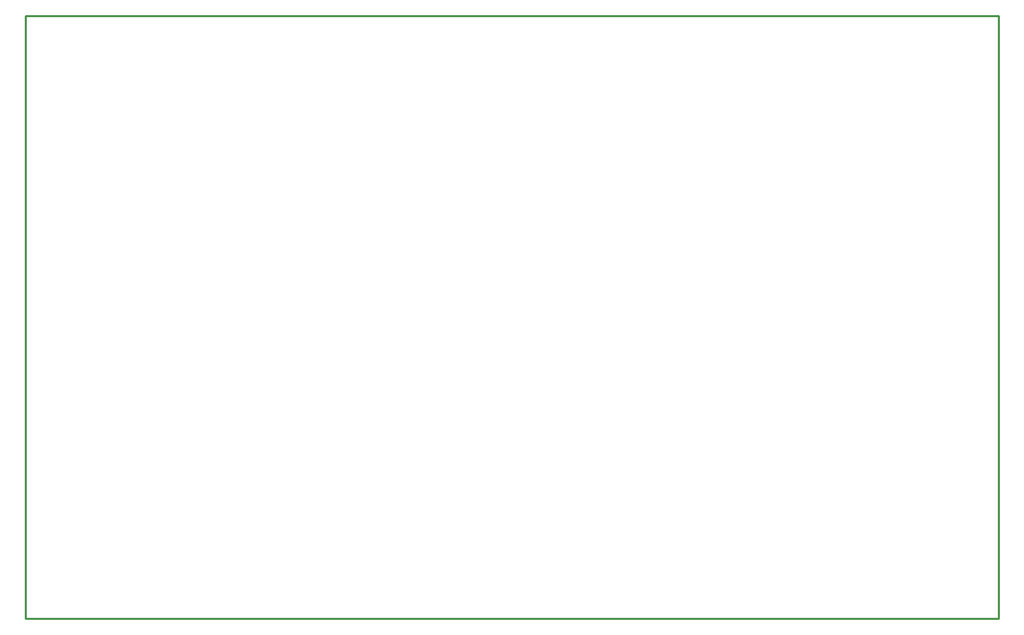
<source format=gko>
%FSAX43Y43*%
%MOMM*%
G71*
G01*
G75*
G04 Layer_Color=16711935*
%ADD10R,1.016X2.540*%
%ADD11R,0.900X0.800*%
%ADD12R,1.000X1.300*%
%ADD13R,3.100X2.400*%
%ADD14R,0.450X2.200*%
%ADD15R,0.800X0.900*%
%ADD16R,0.800X0.350*%
%ADD17R,2.540X1.016*%
%ADD18R,3.810X2.794*%
%ADD19R,11.000X4.000*%
%ADD20C,0.889*%
%ADD21C,0.254*%
%ADD22C,0.381*%
%ADD23C,0.635*%
%ADD24C,1.016*%
%ADD25C,1.270*%
%ADD26R,1.265X3.340*%
%ADD27R,4.445X2.667*%
%ADD28R,0.782X1.737*%
%ADD29R,3.937X3.429*%
%ADD30R,5.207X4.826*%
%ADD31R,5.080X5.207*%
%ADD32R,5.461X5.334*%
%ADD33R,5.080X5.334*%
%ADD34R,1.270X4.953*%
%ADD35R,2.413X4.699*%
%ADD36R,7.620X3.048*%
%ADD37R,2.286X4.699*%
%ADD38R,3.810X0.762*%
%ADD39R,9.652X2.413*%
%ADD40R,1.524X1.397*%
%ADD41R,2.540X1.778*%
%ADD42R,0.635X0.762*%
%ADD43R,2.540X1.016*%
%ADD44R,1.397X29.972*%
%ADD45R,1.473X29.972*%
%ADD46R,1.575X1.397*%
%ADD47R,2.591X1.778*%
%ADD48R,10.287X1.651*%
%ADD49R,2.257X2.180*%
%ADD50R,2.032X2.159*%
%ADD51R,2.032X2.032*%
%ADD52R,2.024X2.159*%
%ADD53R,3.810X2.540*%
%ADD54R,3.302X2.159*%
%ADD55R,1.143X1.074*%
%ADD56R,1.001X1.074*%
%ADD57R,1.143X1.074*%
%ADD58R,1.016X1.016*%
%ADD59R,1.172X0.820*%
%ADD60C,0.508*%
%ADD61C,1.500*%
%ADD62R,1.500X1.500*%
%ADD63C,1.524*%
%ADD64C,1.778*%
%ADD65C,1.600*%
%ADD66C,2.000*%
%ADD67R,2.000X2.000*%
%ADD68C,4.000*%
%ADD69R,1.524X1.524*%
%ADD70R,1.500X1.500*%
%ADD71C,1.016*%
%ADD72R,1.100X1.700*%
%ADD73C,0.254*%
%ADD74C,0.762*%
%ADD75R,0.615X0.740*%
%ADD76R,3.802X0.994*%
%ADD77R,4.796X3.925*%
%ADD78R,5.461X5.207*%
%ADD79R,5.461X4.953*%
%ADD80R,2.540X2.667*%
%ADD81R,3.048X3.175*%
%ADD82R,5.461X5.842*%
%ADD83R,2.286X2.286*%
%ADD84R,1.898X2.032*%
%ADD85R,1.898X2.215*%
%ADD86R,1.898X2.041*%
%ADD87R,1.898X2.024*%
%ADD88R,3.556X2.286*%
%ADD89R,1.270X1.270*%
%ADD90R,1.397X1.397*%
%ADD91C,0.127*%
%ADD92C,0.250*%
%ADD93C,0.200*%
%ADD94C,0.100*%
%ADD95R,1.219X2.743*%
%ADD96R,1.103X1.003*%
%ADD97R,1.203X1.503*%
%ADD98R,3.303X2.603*%
%ADD99R,0.653X2.403*%
%ADD100R,1.003X1.103*%
%ADD101R,1.003X0.553*%
%ADD102R,2.743X1.219*%
%ADD103R,4.013X2.997*%
%ADD104R,11.203X4.203*%
%ADD105C,0.711*%
%ADD106C,1.703*%
%ADD107R,1.703X1.703*%
%ADD108C,1.727*%
%ADD109C,1.981*%
%ADD110C,1.803*%
%ADD111C,2.203*%
%ADD112R,2.203X2.203*%
%ADD113C,4.203*%
%ADD114R,1.703X1.703*%
%ADD115C,1.219*%
%ADD116R,1.303X1.903*%
%ADD117C,0.025*%
D21*
X0025400Y0045720D02*
X0145161D01*
Y0120015D01*
X0025400Y0045720D02*
Y0120015D01*
X0145161D01*
M02*

</source>
